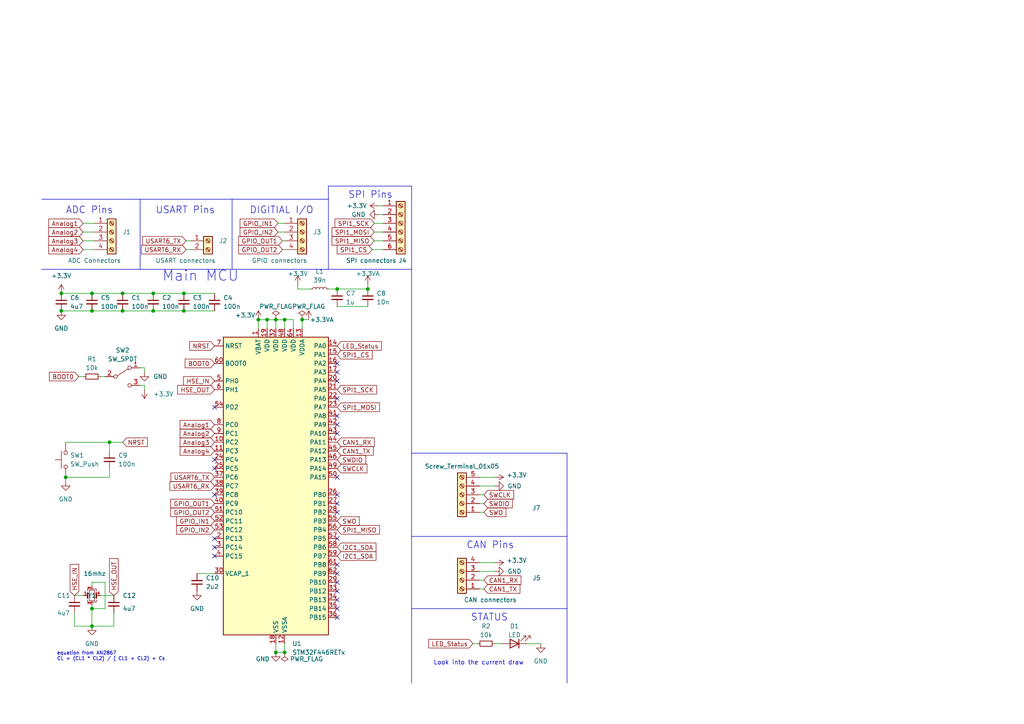
<source format=kicad_sch>
(kicad_sch (version 20230121) (generator eeschema)
  (paper "A4")
  (title_block (title "STM32 F446RE practice board") (date "2023-10-07") (rev "1"))
  (lib_symbols
    (symbol "Connector:Screw_Terminal_01x02" (pin_names (offset 1.016) hide)
      (property "Reference" "J" (at 0 2.54 0))
      (property "Value" "Screw_Terminal_01x02" (at 0 -5.08 0))
      (symbol "Screw_Terminal_01x02_1_1"
        (rectangle (start -1.27 1.27) (end 1.27 -3.81) (stroke (width 0.254)) (fill (type background)))
        (circle (center 0 -2.54) (radius 0.635) (stroke (width 0.1524)))
        (polyline (pts (xy -0.5334 -2.2098) (xy 0.3302 -3.048)) (stroke (width 0.1524)))
        (polyline (pts (xy -0.5334 0.3302) (xy 0.3302 -0.508)) (stroke (width 0.1524)))
        (polyline (pts (xy -0.3556 -2.032) (xy 0.508 -2.8702)) (stroke (width 0.1524)))
        (polyline (pts (xy -0.3556 0.508) (xy 0.508 -0.3302)) (stroke (width 0.1524)))
        (circle (center 0 0) (radius 0.635) (stroke (width 0.1524)))
        (pin passive line (at -5.08 0 0) (length 3.81) (name "Pin_1") (number "1"))
        (pin passive line (at -5.08 -2.54 0) (length 3.81) (name "Pin_2") (number "2"))
      )
    )
    (symbol "Connector:Screw_Terminal_01x04" (pin_names (offset 1.016) hide)
      (property "Reference" "J" (at 0 5.08 0))
      (property "Value" "Screw_Terminal_01x04" (at 0 -7.62 0))
      (symbol "Screw_Terminal_01x04_1_1"
        (rectangle (start -1.27 3.81) (end 1.27 -6.35) (stroke (width 0.254)) (fill (type background)))
        (circle (center 0 -5.08) (radius 0.635) (stroke (width 0.1524)))
        (circle (center 0 -2.54) (radius 0.635) (stroke (width 0.1524)))
        (polyline (pts (xy -0.5334 -4.7498) (xy 0.3302 -5.588)) (stroke (width 0.1524)))
        (polyline (pts (xy -0.5334 -2.2098) (xy 0.3302 -3.048)) (stroke (width 0.1524)))
        (polyline (pts (xy -0.5334 0.3302) (xy 0.3302 -0.508)) (stroke (width 0.1524)))
        (polyline (pts (xy -0.5334 2.8702) (xy 0.3302 2.032)) (stroke (width 0.1524)))
        (polyline (pts (xy -0.3556 -4.572) (xy 0.508 -5.4102)) (stroke (width 0.1524)))
        (polyline (pts (xy -0.3556 -2.032) (xy 0.508 -2.8702)) (stroke (width 0.1524)))
        (polyline (pts (xy -0.3556 0.508) (xy 0.508 -0.3302)) (stroke (width 0.1524)))
        (polyline (pts (xy -0.3556 3.048) (xy 0.508 2.2098)) (stroke (width 0.1524)))
        (circle (center 0 0) (radius 0.635) (stroke (width 0.1524)))
        (circle (center 0 2.54) (radius 0.635) (stroke (width 0.1524)))
        (pin passive line (at -5.08 2.54 0) (length 3.81) (name "Pin_1") (number "1"))
        (pin passive line (at -5.08 0 0) (length 3.81) (name "Pin_2") (number "2"))
        (pin passive line (at -5.08 -2.54 0) (length 3.81) (name "Pin_3") (number "3"))
        (pin passive line (at -5.08 -5.08 0) (length 3.81) (name "Pin_4") (number "4"))
      )
    )
    (symbol "Connector:Screw_Terminal_01x05" (pin_names (offset 1.016) hide)
      (property "Reference" "J" (at 0 7.62 0))
      (property "Value" "Screw_Terminal_01x05" (at 0 -7.62 0))
      (symbol "Screw_Terminal_01x05_1_1"
        (rectangle (start -1.27 6.35) (end 1.27 -6.35) (stroke (width 0.254)) (fill (type background)))
        (circle (center 0 -5.08) (radius 0.635) (stroke (width 0.1524)))
        (circle (center 0 -2.54) (radius 0.635) (stroke (width 0.1524)))
        (polyline (pts (xy -0.5334 -4.7498) (xy 0.3302 -5.588)) (stroke (width 0.1524)))
        (polyline (pts (xy -0.5334 -2.2098) (xy 0.3302 -3.048)) (stroke (width 0.1524)))
        (polyline (pts (xy -0.5334 0.3302) (xy 0.3302 -0.508)) (stroke (width 0.1524)))
        (polyline (pts (xy -0.5334 2.8702) (xy 0.3302 2.032)) (stroke (width 0.1524)))
        (polyline (pts (xy -0.5334 5.4102) (xy 0.3302 4.572)) (stroke (width 0.1524)))
        (polyline (pts (xy -0.3556 -4.572) (xy 0.508 -5.4102)) (stroke (width 0.1524)))
        (polyline (pts (xy -0.3556 -2.032) (xy 0.508 -2.8702)) (stroke (width 0.1524)))
        (polyline (pts (xy -0.3556 0.508) (xy 0.508 -0.3302)) (stroke (width 0.1524)))
        (polyline (pts (xy -0.3556 3.048) (xy 0.508 2.2098)) (stroke (width 0.1524)))
        (polyline (pts (xy -0.3556 5.588) (xy 0.508 4.7498)) (stroke (width 0.1524)))
        (circle (center 0 0) (radius 0.635) (stroke (width 0.1524)))
        (circle (center 0 2.54) (radius 0.635) (stroke (width 0.1524)))
        (circle (center 0 5.08) (radius 0.635) (stroke (width 0.1524)))
        (pin passive line (at -5.08 5.08 0) (length 3.81) (name "Pin_1") (number "1"))
        (pin passive line (at -5.08 2.54 0) (length 3.81) (name "Pin_2") (number "2"))
        (pin passive line (at -5.08 0 0) (length 3.81) (name "Pin_3") (number "3"))
        (pin passive line (at -5.08 -2.54 0) (length 3.81) (name "Pin_4") (number "4"))
        (pin passive line (at -5.08 -5.08 0) (length 3.81) (name "Pin_5") (number "5"))
      )
    )
    (symbol "Connector:Screw_Terminal_01x06" (pin_names (offset 1.016) hide)
      (property "Reference" "J" (at 0 7.62 0))
      (property "Value" "Screw_Terminal_01x06" (at 0 -10.16 0))
      (symbol "Screw_Terminal_01x06_1_1"
        (rectangle (start -1.27 6.35) (end 1.27 -8.89) (stroke (width 0.254)) (fill (type background)))
        (circle (center 0 -7.62) (radius 0.635) (stroke (width 0.1524)))
        (circle (center 0 -5.08) (radius 0.635) (stroke (width 0.1524)))
        (circle (center 0 -2.54) (radius 0.635) (stroke (width 0.1524)))
        (polyline (pts (xy -0.5334 -7.2898) (xy 0.3302 -8.128)) (stroke (width 0.1524)))
        (polyline (pts (xy -0.5334 -4.7498) (xy 0.3302 -5.588)) (stroke (width 0.1524)))
        (polyline (pts (xy -0.5334 -2.2098) (xy 0.3302 -3.048)) (stroke (width 0.1524)))
        (polyline (pts (xy -0.5334 0.3302) (xy 0.3302 -0.508)) (stroke (width 0.1524)))
        (polyline (pts (xy -0.5334 2.8702) (xy 0.3302 2.032)) (stroke (width 0.1524)))
        (polyline (pts (xy -0.5334 5.4102) (xy 0.3302 4.572)) (stroke (width 0.1524)))
        (polyline (pts (xy -0.3556 -7.112) (xy 0.508 -7.9502)) (stroke (width 0.1524)))
        (polyline (pts (xy -0.3556 -4.572) (xy 0.508 -5.4102)) (stroke (width 0.1524)))
        (polyline (pts (xy -0.3556 -2.032) (xy 0.508 -2.8702)) (stroke (width 0.1524)))
        (polyline (pts (xy -0.3556 0.508) (xy 0.508 -0.3302)) (stroke (width 0.1524)))
        (polyline (pts (xy -0.3556 3.048) (xy 0.508 2.2098)) (stroke (width 0.1524)))
        (polyline (pts (xy -0.3556 5.588) (xy 0.508 4.7498)) (stroke (width 0.1524)))
        (circle (center 0 0) (radius 0.635) (stroke (width 0.1524)))
        (circle (center 0 2.54) (radius 0.635) (stroke (width 0.1524)))
        (circle (center 0 5.08) (radius 0.635) (stroke (width 0.1524)))
        (pin passive line (at -5.08 5.08 0) (length 3.81) (name "Pin_1") (number "1"))
        (pin passive line (at -5.08 2.54 0) (length 3.81) (name "Pin_2") (number "2"))
        (pin passive line (at -5.08 0 0) (length 3.81) (name "Pin_3") (number "3"))
        (pin passive line (at -5.08 -2.54 0) (length 3.81) (name "Pin_4") (number "4"))
        (pin passive line (at -5.08 -5.08 0) (length 3.81) (name "Pin_5") (number "5"))
        (pin passive line (at -5.08 -7.62 0) (length 3.81) (name "Pin_6") (number "6"))
      )
    )
    (symbol "Device:C_Small" (pin_numbers hide) (pin_names (offset 0.254) hide)
      (property "Reference" "C" (at 0.254 1.778 0))
      (property "Value" "C_Small" (at 0.254 -2.032 0))
      (symbol "C_Small_0_1"
        (polyline (pts (xy -1.524 -0.508) (xy 1.524 -0.508)) (stroke (width 0.3302)))
        (polyline (pts (xy -1.524 0.508) (xy 1.524 0.508)) (stroke (width 0.3048)))
      )
      (symbol "C_Small_1_1"
        (pin passive line (at 0 2.54 270) (length 2.032) (name "~") (number "1"))
        (pin passive line (at 0 -2.54 90) (length 2.032) (name "~") (number "2"))
      )
    )
    (symbol "Device:Crystal_GND23_Small" (pin_names (offset 1.016) hide)
      (property "Reference" "Y" (at 1.27 4.445 0))
      (property "Value" "Crystal_GND23_Small" (at 1.27 2.54 0))
      (symbol "Crystal_GND23_Small_0_1"
        (rectangle (start -0.762 -1.524) (end 0.762 1.524))
        (polyline (pts (xy -1.27 -0.762) (xy -1.27 0.762)) (stroke (width 0.381)))
        (polyline (pts (xy 1.27 -0.762) (xy 1.27 0.762)) (stroke (width 0.381)))
        (polyline (pts (xy -1.27 -1.27) (xy -1.27 -1.905) (xy 1.27 -1.905) (xy 1.27 -1.27)))
        (polyline (pts (xy -1.27 1.27) (xy -1.27 1.905) (xy 1.27 1.905) (xy 1.27 1.27)))
      )
      (symbol "Crystal_GND23_Small_1_1"
        (pin passive line (at -2.54 0 0) (length 1.27) (name "1") (number "1"))
        (pin passive line (at 0 -2.54 90) (length 0.635) (name "2") (number "2"))
        (pin passive line (at 0 2.54 270) (length 0.635) (name "3") (number "3"))
        (pin passive line (at 2.54 0 180) (length 1.27) (name "4") (number "4"))
      )
    )
    (symbol "Device:LED" (pin_numbers hide) (pin_names (offset 1.016) hide)
      (property "Reference" "D" (at 0 2.54 0))
      (property "Value" "LED" (at 0 -2.54 0))
      (symbol "LED_0_1"
        (polyline (pts (xy -1.27 -1.27) (xy -1.27 1.27)) (stroke (width 0.254)))
        (polyline (pts (xy -1.27 0) (xy 1.27 0)))
        (polyline (pts (xy 1.27 -1.27) (xy 1.27 1.27) (xy -1.27 0) (xy 1.27 -1.27)) (stroke (width 0.254)))
        (polyline (pts (xy -3.048 -0.762) (xy -4.572 -2.286) (xy -3.81 -2.286) (xy -4.572 -2.286) (xy -4.572 -1.524)))
        (polyline (pts (xy -1.778 -0.762) (xy -3.302 -2.286) (xy -2.54 -2.286) (xy -3.302 -2.286) (xy -3.302 -1.524)))
      )
      (symbol "LED_1_1"
        (pin passive line (at -3.81 0 0) (length 2.54) (name "K") (number "1"))
        (pin passive line (at 3.81 0 180) (length 2.54) (name "A") (number "2"))
      )
    )
    (symbol "Device:L_Small" (pin_numbers hide) (pin_names (offset 0.254) hide)
      (property "Reference" "L" (at 0.762 1.016 0))
      (property "Value" "L_Small" (at 0.762 -1.016 0))
      (symbol "L_Small_0_1"
        (arc (start 0 -2.032) (mid 0.5058 -1.524) (end 0 -1.016))
        (arc (start 0 -1.016) (mid 0.5058 -0.508) (end 0 0))
        (arc (start 0 0) (mid 0.5058 0.508) (end 0 1.016))
        (arc (start 0 1.016) (mid 0.5058 1.524) (end 0 2.032))
      )
      (symbol "L_Small_1_1"
        (pin passive line (at 0 2.54 270) (length 0.508) (name "~") (number "1"))
        (pin passive line (at 0 -2.54 90) (length 0.508) (name "~") (number "2"))
      )
    )
    (symbol "Device:R_Small" (pin_numbers hide) (pin_names (offset 0.254) hide)
      (property "Reference" "R" (at 0.762 0.508 0))
      (property "Value" "R_Small" (at 0.762 -1.016 0))
      (symbol "R_Small_0_1"
        (rectangle (start -0.762 1.778) (end 0.762 -1.778) (stroke (width 0.2032)))
      )
      (symbol "R_Small_1_1"
        (pin passive line (at 0 2.54 270) (length 0.762) (name "~") (number "1"))
        (pin passive line (at 0 -2.54 90) (length 0.762) (name "~") (number "2"))
      )
    )
    (symbol "MCU_ST_STM32F4:STM32F446RETx"
      (property "Reference" "U" (at -15.24 44.45 0))
      (property "Value" "STM32F446RETx" (at 10.16 44.45 0))
      (symbol "STM32F446RETx_0_1"
        (rectangle (start -15.24 -43.18) (end 15.24 43.18) (stroke (width 0.254)) (fill (type background)))
      )
      (symbol "STM32F446RETx_1_1"
        (pin power_in line (at -5.08 45.72 270) (length 2.54) (name "VBAT") (number "1"))
        (pin bidirectional line (at -17.78 12.7 0) (length 2.54) (name "PC2") (number "10"))
        (pin bidirectional line (at -17.78 10.16 0) (length 2.54) (name "PC3") (number "11"))
        (pin power_in line (at 2.54 -45.72 90) (length 2.54) (name "VSSA") (number "12"))
        (pin power_in line (at 7.62 45.72 270) (length 2.54) (name "VDDA") (number "13"))
        (pin bidirectional line (at 17.78 40.64 180) (length 2.54) (name "PA0") (number "14"))
        (pin bidirectional line (at 17.78 38.1 180) (length 2.54) (name "PA1") (number "15"))
        (pin bidirectional line (at 17.78 35.56 180) (length 2.54) (name "PA2") (number "16"))
        (pin bidirectional line (at 17.78 33.02 180) (length 2.54) (name "PA3") (number "17"))
        (pin power_in line (at 0 -45.72 90) (length 2.54) (name "VSS") (number "18"))
        (pin power_in line (at -2.54 45.72 270) (length 2.54) (name "VDD") (number "19"))
        (pin bidirectional line (at -17.78 -15.24 0) (length 2.54) (name "PC13") (number "2"))
        (pin bidirectional line (at 17.78 30.48 180) (length 2.54) (name "PA4") (number "20"))
        (pin bidirectional line (at 17.78 27.94 180) (length 2.54) (name "PA5") (number "21"))
        (pin bidirectional line (at 17.78 25.4 180) (length 2.54) (name "PA6") (number "22"))
        (pin bidirectional line (at 17.78 22.86 180) (length 2.54) (name "PA7") (number "23"))
        (pin bidirectional line (at -17.78 7.62 0) (length 2.54) (name "PC4") (number "24"))
        (pin bidirectional line (at -17.78 5.08 0) (length 2.54) (name "PC5") (number "25"))
        (pin bidirectional line (at 17.78 -2.54 180) (length 2.54) (name "PB0") (number "26"))
        (pin bidirectional line (at 17.78 -5.08 180) (length 2.54) (name "PB1") (number "27"))
        (pin bidirectional line (at 17.78 -7.62 180) (length 2.54) (name "PB2") (number "28"))
        (pin bidirectional line (at 17.78 -27.94 180) (length 2.54) (name "PB10") (number "29"))
        (pin bidirectional line (at -17.78 -17.78 0) (length 2.54) (name "PC14") (number "3"))
        (pin power_out line (at -17.78 -25.4 0) (length 2.54) (name "VCAP_1") (number "30"))
        (pin passive line (at 0 -45.72 90) (length 2.54) hide (name "VSS") (number "31"))
        (pin power_in line (at 0 45.72 270) (length 2.54) (name "VDD") (number "32"))
        (pin bidirectional line (at 17.78 -30.48 180) (length 2.54) (name "PB12") (number "33"))
        (pin bidirectional line (at 17.78 -33.02 180) (length 2.54) (name "PB13") (number "34"))
        (pin bidirectional line (at 17.78 -35.56 180) (length 2.54) (name "PB14") (number "35"))
        (pin bidirectional line (at 17.78 -38.1 180) (length 2.54) (name "PB15") (number "36"))
        (pin bidirectional line (at -17.78 2.54 0) (length 2.54) (name "PC6") (number "37"))
        (pin bidirectional line (at -17.78 0 0) (length 2.54) (name "PC7") (number "38"))
        (pin bidirectional line (at -17.78 -2.54 0) (length 2.54) (name "PC8") (number "39"))
        (pin bidirectional line (at -17.78 -20.32 0) (length 2.54) (name "PC15") (number "4"))
        (pin bidirectional line (at -17.78 -5.08 0) (length 2.54) (name "PC9") (number "40"))
        (pin bidirectional line (at 17.78 20.32 180) (length 2.54) (name "PA8") (number "41"))
        (pin bidirectional line (at 17.78 17.78 180) (length 2.54) (name "PA9") (number "42"))
        (pin bidirectional line (at 17.78 15.24 180) (length 2.54) (name "PA10") (number "43"))
        (pin bidirectional line (at 17.78 12.7 180) (length 2.54) (name "PA11") (number "44"))
        (pin bidirectional line (at 17.78 10.16 180) (length 2.54) (name "PA12") (number "45"))
        (pin bidirectional line (at 17.78 7.62 180) (length 2.54) (name "PA13") (number "46"))
        (pin passive line (at 0 -45.72 90) (length 2.54) hide (name "VSS") (number "47"))
        (pin power_in line (at 2.54 45.72 270) (length 2.54) (name "VDD") (number "48"))
        (pin bidirectional line (at 17.78 5.08 180) (length 2.54) (name "PA14") (number "49"))
        (pin bidirectional line (at -17.78 30.48 0) (length 2.54) (name "PH0") (number "5"))
        (pin bidirectional line (at 17.78 2.54 180) (length 2.54) (name "PA15") (number "50"))
        (pin bidirectional line (at -17.78 -7.62 0) (length 2.54) (name "PC10") (number "51"))
        (pin bidirectional line (at -17.78 -10.16 0) (length 2.54) (name "PC11") (number "52"))
        (pin bidirectional line (at -17.78 -12.7 0) (length 2.54) (name "PC12") (number "53"))
        (pin bidirectional line (at -17.78 22.86 0) (length 2.54) (name "PD2") (number "54"))
        (pin bidirectional line (at 17.78 -10.16 180) (length 2.54) (name "PB3") (number "55"))
        (pin bidirectional line (at 17.78 -12.7 180) (length 2.54) (name "PB4") (number "56"))
        (pin bidirectional line (at 17.78 -15.24 180) (length 2.54) (name "PB5") (number "57"))
        (pin bidirectional line (at 17.78 -17.78 180) (length 2.54) (name "PB6") (number "58"))
        (pin bidirectional line (at 17.78 -20.32 180) (length 2.54) (name "PB7") (number "59"))
        (pin bidirectional line (at -17.78 27.94 0) (length 2.54) (name "PH1") (number "6"))
        (pin input line (at -17.78 35.56 0) (length 2.54) (name "BOOT0") (number "60"))
        (pin bidirectional line (at 17.78 -22.86 180) (length 2.54) (name "PB8") (number "61"))
        (pin bidirectional line (at 17.78 -25.4 180) (length 2.54) (name "PB9") (number "62"))
        (pin passive line (at 0 -45.72 90) (length 2.54) hide (name "VSS") (number "63"))
        (pin power_in line (at 5.08 45.72 270) (length 2.54) (name "VDD") (number "64"))
        (pin input line (at -17.78 40.64 0) (length 2.54) (name "NRST") (number "7"))
        (pin bidirectional line (at -17.78 17.78 0) (length 2.54) (name "PC0") (number "8"))
        (pin bidirectional line (at -17.78 15.24 0) (length 2.54) (name "PC1") (number "9"))
      )
    )
    (symbol "Switch:SW_Push" (pin_numbers hide) (pin_names (offset 1.016) hide)
      (property "Reference" "SW" (at 1.27 2.54 0))
      (property "Value" "SW_Push" (at 0 -1.524 0))
      (symbol "SW_Push_0_1"
        (circle (center -2.032 0) (radius 0.508))
        (polyline (pts (xy 0 1.27) (xy 0 3.048)))
        (polyline (pts (xy 2.54 1.27) (xy -2.54 1.27)))
        (circle (center 2.032 0) (radius 0.508))
        (pin passive line (at -5.08 0 0) (length 2.54) (name "1") (number "1"))
        (pin passive line (at 5.08 0 180) (length 2.54) (name "2") (number "2"))
      )
    )
    (symbol "Switch:SW_SPDT" (pin_names (offset 0) hide)
      (property "Reference" "SW" (at 0 4.318 0))
      (property "Value" "SW_SPDT" (at 0 -5.08 0))
      (symbol "SW_SPDT_0_0"
        (circle (center -2.032 0) (radius 0.508))
        (circle (center 2.032 -2.54) (radius 0.508))
      )
      (symbol "SW_SPDT_0_1"
        (polyline (pts (xy -1.524 0.254) (xy 1.651 2.286)))
        (circle (center 2.032 2.54) (radius 0.508))
      )
      (symbol "SW_SPDT_1_1"
        (pin passive line (at 5.08 2.54 180) (length 2.54) (name "A") (number "1"))
        (pin passive line (at -5.08 0 0) (length 2.54) (name "B") (number "2"))
        (pin passive line (at 5.08 -2.54 180) (length 2.54) (name "C") (number "3"))
      )
    )
    (symbol "power:+3.3V" (power) (pin_names (offset 0))
      (property "Value" "+3.3V" (at 0 3.556 0))
      (symbol "+3.3V_0_1"
        (polyline (pts (xy -0.762 1.27) (xy 0 2.54)))
        (polyline (pts (xy 0 0) (xy 0 2.54)))
        (polyline (pts (xy 0 2.54) (xy 0.762 1.27)))
      )
      (symbol "+3.3V_1_1"
        (pin power_in line (at 0 0 90) (length 0) hide (name "+3.3V") (number "1"))
      )
    )
    (symbol "power:+3.3VA" (power) (pin_names (offset 0))
      (property "Value" "+3.3VA" (at 0 3.556 0))
      (symbol "+3.3VA_0_1"
        (polyline (pts (xy -0.762 1.27) (xy 0 2.54)))
        (polyline (pts (xy 0 0) (xy 0 2.54)))
        (polyline (pts (xy 0 2.54) (xy 0.762 1.27)))
      )
      (symbol "+3.3VA_1_1"
        (pin power_in line (at 0 0 90) (length 0) hide (name "+3.3VA") (number "1"))
      )
    )
    (symbol "power:GND" (power) (pin_names (offset 0))
      (property "Value" "GND" (at 0 -3.81 0))
      (symbol "GND_0_1"
        (polyline (pts (xy 0 0) (xy 0 -1.27) (xy 1.27 -1.27) (xy 0 -2.54) (xy -1.27 -1.27) (xy 0 -1.27)))
      )
      (symbol "GND_1_1"
        (pin power_in line (at 0 0 270) (length 0) hide (name "GND") (number "1"))
      )
    )
    (symbol "power:PWR_FLAG" (power) (pin_numbers hide) (pin_names (offset 0) hide)
      (property "Value" "PWR_FLAG" (at 0 3.81 0))
      (symbol "PWR_FLAG_0_0"
        (pin power_out line (at 0 0 90) (length 0) (name "pwr") (number "1"))
      )
      (symbol "PWR_FLAG_0_1"
        (polyline (pts (xy 0 0) (xy 0 1.27) (xy -1.016 1.905) (xy 0 2.54) (xy 1.016 1.905) (xy 0 1.27)))
      )
    )
  )
  (junction (at 26.67 85.09))
  (junction (at 53.34 85.09))
  (junction (at 17.78 90.17))
  (junction (at 82.55 92.71))
  (junction (at 77.47 92.71))
  (junction (at 97.79 83.82))
  (junction (at 80.01 92.71))
  (junction (at 26.67 181.61))
  (junction (at 35.56 85.09))
  (junction (at 87.63 92.71))
  (junction (at 80.01 189.23))
  (junction (at 35.56 90.17))
  (junction (at 17.78 85.09))
  (junction (at 74.93 92.71))
  (junction (at 26.67 176.53))
  (junction (at 106.68 83.82))
  (junction (at 44.45 90.17))
  (junction (at 31.75 128.27))
  (junction (at 26.67 90.17))
  (junction (at 82.55 189.23))
  (junction (at 19.05 138.43))
  (junction (at 44.45 85.09))
  (junction (at 53.34 90.17))
  (no_connect (at 97.79 143.51))
  (no_connect (at 62.23 143.51))
  (no_connect (at 62.23 161.29))
  (no_connect (at 62.23 156.21))
  (no_connect (at 97.79 120.65))
  (no_connect (at 97.79 107.95))
  (no_connect (at 97.79 163.83))
  (no_connect (at 62.23 158.75))
  (no_connect (at 97.79 173.99))
  (no_connect (at 97.79 110.49))
  (no_connect (at 97.79 146.05))
  (no_connect (at 97.79 166.37))
  (no_connect (at 62.23 118.11))
  (no_connect (at 62.23 135.89))
  (no_connect (at 97.79 125.73))
  (no_connect (at 97.79 176.53))
  (no_connect (at 97.79 156.21))
  (no_connect (at 97.79 105.41))
  (no_connect (at 97.79 179.07))
  (no_connect (at 97.79 171.45))
  (no_connect (at 62.23 133.35))
  (no_connect (at 97.79 168.91))
  (no_connect (at 97.79 148.59))
  (no_connect (at 97.79 138.43))
  (no_connect (at 97.79 115.57))
  (no_connect (at 97.79 123.19))
  (wire (pts (xy 53.34 90.17) (xy 62.23 90.17)))
  (wire (pts (xy 26.67 181.61) (xy 26.67 176.53)))
  (wire (pts (xy 82.55 92.71) (xy 85.09 92.71)))
  (wire (pts (xy 21.59 181.61) (xy 26.67 181.61)))
  (polyline (pts (xy 40.64 57.785) (xy 40.64 78.105)))
  (polyline (pts (xy 40.64 57.785) (xy 67.31 57.785)))
  (wire (pts (xy 29.21 109.22) (xy 30.48 109.22)))
  (wire (pts (xy 139.065 165.735) (xy 143.51 165.735)))
  (wire (pts (xy 77.47 95.25) (xy 77.47 92.71)))
  (wire (pts (xy 87.63 92.71) (xy 89.535 92.71)))
  (wire (pts (xy 80.01 92.71) (xy 82.55 92.71)))
  (polyline (pts (xy 119.38 176.53) (xy 164.465 176.53)))
  (wire (pts (xy 26.67 168.91) (xy 30.48 168.91)))
  (wire (pts (xy 21.59 177.8) (xy 21.59 181.61)))
  (polyline (pts (xy 119.38 78.105) (xy 119.38 198.12)))
  (polyline (pts (xy 164.465 176.53) (xy 164.465 198.12)))
  (wire (pts (xy 55.245 69.85) (xy 53.975 69.85)))
  (wire (pts (xy 26.67 85.09) (xy 35.56 85.09)))
  (polyline (pts (xy 164.465 131.445) (xy 164.465 155.575)))
  (wire (pts (xy 26.67 90.17) (xy 35.56 90.17)))
  (wire (pts (xy 21.59 172.72) (xy 24.13 172.72)))
  (polyline (pts (xy 12.065 57.785) (xy 40.64 57.785)))
  (wire (pts (xy 26.67 181.61) (xy 33.02 181.61)))
  (wire (pts (xy 81.915 69.85) (xy 82.55 69.85)))
  (wire (pts (xy 86.36 82.55) (xy 86.36 83.82)))
  (wire (pts (xy 24.13 72.39) (xy 27.305 72.39)))
  (wire (pts (xy 139.065 163.195) (xy 143.51 163.195)))
  (wire (pts (xy 108.585 69.85) (xy 111.125 69.85)))
  (wire (pts (xy 41.91 113.03) (xy 41.91 111.76)))
  (wire (pts (xy 80.01 189.23) (xy 82.55 189.23)))
  (polyline (pts (xy 119.38 131.445) (xy 164.465 131.445)))
  (wire (pts (xy 107.95 72.39) (xy 111.125 72.39)))
  (wire (pts (xy 143.51 186.69) (xy 145.415 186.69)))
  (wire (pts (xy 139.065 146.05) (xy 140.335 146.05)))
  (wire (pts (xy 35.56 90.17) (xy 44.45 90.17)))
  (wire (pts (xy 31.75 128.27) (xy 35.56 128.27)))
  (wire (pts (xy 77.47 92.71) (xy 80.01 92.71)))
  (polyline (pts (xy 95.25 57.785) (xy 95.25 78.105)))
  (wire (pts (xy 17.78 85.09) (xy 26.67 85.09)))
  (wire (pts (xy 80.645 64.77) (xy 82.55 64.77)))
  (polyline (pts (xy 164.465 155.575) (xy 164.465 176.53)))
  (wire (pts (xy 153.035 186.69) (xy 156.845 186.69)))
  (wire (pts (xy 77.47 92.71) (xy 74.93 92.71)))
  (wire (pts (xy 19.05 138.43) (xy 31.75 138.43)))
  (wire (pts (xy 87.63 95.25) (xy 87.63 92.71)))
  (wire (pts (xy 138.43 186.69) (xy 137.16 186.69)))
  (wire (pts (xy 24.13 67.31) (xy 27.305 67.31)))
  (wire (pts (xy 41.91 107.95) (xy 41.91 106.68)))
  (wire (pts (xy 139.065 143.51) (xy 140.335 143.51)))
  (wire (pts (xy 55.245 72.39) (xy 53.975 72.39)))
  (wire (pts (xy 85.09 92.71) (xy 85.09 95.25)))
  (wire (pts (xy 81.915 72.39) (xy 82.55 72.39)))
  (wire (pts (xy 139.065 148.59) (xy 140.335 148.59)))
  (polyline (pts (xy 119.38 57.785) (xy 119.38 78.105)))
  (polyline (pts (xy 67.31 57.785) (xy 95.25 57.785)))
  (wire (pts (xy 17.78 90.17) (xy 26.67 90.17)))
  (wire (pts (xy 139.065 138.43) (xy 143.51 138.43)))
  (polyline (pts (xy 67.31 57.785) (xy 67.31 78.105)))
  (polyline (pts (xy 119.38 155.575) (xy 164.465 155.575)))
  (wire (pts (xy 24.13 69.85) (xy 27.305 69.85)))
  (wire (pts (xy 41.91 111.76) (xy 40.64 111.76)))
  (wire (pts (xy 41.91 106.68) (xy 40.64 106.68)))
  (wire (pts (xy 31.75 135.89) (xy 31.75 138.43)))
  (wire (pts (xy 80.645 67.31) (xy 82.55 67.31)))
  (wire (pts (xy 109.855 59.69) (xy 111.125 59.69)))
  (wire (pts (xy 108.585 67.31) (xy 111.125 67.31)))
  (wire (pts (xy 109.855 62.23) (xy 111.125 62.23)))
  (wire (pts (xy 97.79 83.82) (xy 106.68 83.82)))
  (wire (pts (xy 26.67 176.53) (xy 26.67 175.26)))
  (wire (pts (xy 95.25 83.82) (xy 97.79 83.82)))
  (wire (pts (xy 106.68 82.55) (xy 106.68 83.82)))
  (polyline (pts (xy 95.25 53.975) (xy 119.38 53.975)))
  (wire (pts (xy 80.01 186.69) (xy 80.01 189.23)))
  (wire (pts (xy 29.21 172.72) (xy 33.02 172.72)))
  (wire (pts (xy 139.065 140.97) (xy 143.51 140.97)))
  (polyline (pts (xy 12.065 78.105) (xy 119.38 78.105)))
  (wire (pts (xy 80.01 95.25) (xy 80.01 92.71)))
  (wire (pts (xy 22.86 109.22) (xy 24.13 109.22)))
  (wire (pts (xy 139.065 170.815) (xy 140.335 170.815)))
  (wire (pts (xy 19.05 128.27) (xy 31.75 128.27)))
  (wire (pts (xy 82.55 92.71) (xy 82.55 95.25)))
  (wire (pts (xy 108.585 64.77) (xy 111.125 64.77)))
  (wire (pts (xy 74.93 92.71) (xy 74.93 95.25)))
  (polyline (pts (xy 119.38 53.975) (xy 119.38 57.785)))
  (wire (pts (xy 30.48 168.91) (xy 30.48 176.53)))
  (wire (pts (xy 24.13 64.77) (xy 27.305 64.77)))
  (wire (pts (xy 35.56 85.09) (xy 44.45 85.09)))
  (wire (pts (xy 31.75 128.27) (xy 31.75 130.81)))
  (wire (pts (xy 44.45 85.09) (xy 53.34 85.09)))
  (wire (pts (xy 19.05 138.43) (xy 19.05 139.7)))
  (polyline (pts (xy 95.25 57.785) (xy 95.25 53.975)))
  (wire (pts (xy 82.55 189.23) (xy 82.55 186.69)))
  (wire (pts (xy 97.79 88.9) (xy 106.68 88.9)))
  (wire (pts (xy 44.45 90.17) (xy 53.34 90.17)))
  (wire (pts (xy 53.34 85.09) (xy 62.23 85.09)))
  (wire (pts (xy 33.02 181.61) (xy 33.02 177.8)))
  (wire (pts (xy 26.67 170.18) (xy 26.67 168.91)))
  (wire (pts (xy 86.36 83.82) (xy 90.17 83.82)))
  (wire (pts (xy 26.67 176.53) (xy 30.48 176.53)))
  (wire (pts (xy 139.065 168.275) (xy 140.335 168.275)))
  (wire (pts (xy 57.15 166.37) (xy 62.23 166.37)))
  (text "STATUS" (at 136.525 180.34 0) (effects (font (size 2 2)) (justify left bottom)))
  (text "USART Pins \n" (at 45.085 62.23 0) (effects (font (size 2 2)) (justify left bottom)))
  (text "Main MCU" (at 46.99 81.915 0) (effects (font (size 3 3)) (justify left bottom)))
  (text "equation from AN2867\nCL = (CL1 * CL2) / ( CL1 + CL2) + Cs " (at 16.51 191.77 0) (effects (font (size 1 1)) (justify left bottom)))
  (text "DIGITIAL I/O\n" (at 72.39 62.23 0) (effects (font (size 2 2)) (justify left bottom)))
  (text "Look into the current draw\n" (at 125.73 193.04 0) (effects (font (size 1.27 1.27)) (justify left bottom)))
  (text "SPI Pins\n" (at 100.965 57.785 0) (effects (font (size 2 2)) (justify left bottom)))
  (text "ADC Pins" (at 19.05 62.23 0) (effects (font (size 2 2)) (justify left bottom)))
  (text "CAN Pins" (at 135.255 159.385 0) (effects (font (size 2 2)) (justify left bottom)))
  (global_label "NRST" (shape input) (at 62.23 100.33 180) (property "Intersheetrefs" "${INTERSHEET_REFS}" (effects hide)))
  (global_label "SWCLK" (shape input) (at 140.335 143.51 0) (property "Intersheetrefs" "${INTERSHEET_REFS}" (effects hide)))
  (global_label "Analog4" (shape input) (at 62.23 130.81 180) (property "Intersheetrefs" "${INTERSHEET_REFS}" (effects hide)))
  (global_label "GPIO_OUT1" (shape input) (at 62.23 146.05 180) (property "Intersheetrefs" "${INTERSHEET_REFS}" (effects hide)))
  (global_label "GPIO_IN1" (shape input) (at 80.645 64.77 180) (property "Intersheetrefs" "${INTERSHEET_REFS}" (effects hide)))
  (global_label "HSE_IN" (shape input) (at 62.23 110.49 180) (property "Intersheetrefs" "${INTERSHEET_REFS}" (effects hide)))
  (global_label "GPIO_OUT2" (shape input) (at 81.915 72.39 180) (property "Intersheetrefs" "${INTERSHEET_REFS}" (effects hide)))
  (global_label "NRST" (shape input) (at 35.56 128.27 0) (property "Intersheetrefs" "${INTERSHEET_REFS}" (effects hide)))
  (global_label "SPI1_SCK" (shape input) (at 108.585 64.77 180) (property "Intersheetrefs" "${INTERSHEET_REFS}" (effects hide)))
  (global_label "USART6_TX" (shape input) (at 62.23 138.43 180) (property "Intersheetrefs" "${INTERSHEET_REFS}" (effects hide)))
  (global_label "SPI1_CS" (shape input) (at 107.95 72.39 180) (property "Intersheetrefs" "${INTERSHEET_REFS}" (effects hide)))
  (global_label "GPIO_OUT1" (shape input) (at 81.915 69.85 180) (property "Intersheetrefs" "${INTERSHEET_REFS}" (effects hide)))
  (global_label "BOOT0" (shape input) (at 22.86 109.22 180) (property "Intersheetrefs" "${INTERSHEET_REFS}" (effects hide)))
  (global_label "Analog1" (shape input) (at 62.23 123.19 180) (property "Intersheetrefs" "${INTERSHEET_REFS}" (effects hide)))
  (global_label "SWDIO" (shape input) (at 97.79 133.35 0) (property "Intersheetrefs" "${INTERSHEET_REFS}" (effects hide)))
  (global_label "Analog1" (shape input) (at 24.13 64.77 180) (property "Intersheetrefs" "${INTERSHEET_REFS}" (effects hide)))
  (global_label "SPI1_MISO" (shape input) (at 97.79 153.67 0) (property "Intersheetrefs" "${INTERSHEET_REFS}" (effects hide)))
  (global_label "Analog4" (shape input) (at 24.13 72.39 180) (property "Intersheetrefs" "${INTERSHEET_REFS}" (effects hide)))
  (global_label "USART6_RX" (shape input) (at 62.23 140.97 180) (property "Intersheetrefs" "${INTERSHEET_REFS}" (effects hide)))
  (global_label "SPI1_SCK" (shape input) (at 97.79 113.03 0) (property "Intersheetrefs" "${INTERSHEET_REFS}" (effects hide)))
  (global_label "HSE_IN" (shape input) (at 21.59 172.72 90) (property "Intersheetrefs" "${INTERSHEET_REFS}" (effects hide)))
  (global_label "CAN1_TX" (shape input) (at 140.335 170.815 0) (property "Intersheetrefs" "${INTERSHEET_REFS}" (effects hide)))
  (global_label "USART6_RX" (shape input) (at 53.975 72.39 180) (property "Intersheetrefs" "${INTERSHEET_REFS}" (effects hide)))
  (global_label "Analog3" (shape input) (at 24.13 69.85 180) (property "Intersheetrefs" "${INTERSHEET_REFS}" (effects hide)))
  (global_label "GPIO_OUT2" (shape input) (at 62.23 148.59 180) (property "Intersheetrefs" "${INTERSHEET_REFS}" (effects hide)))
  (global_label "SPI1_MOSI" (shape input) (at 97.79 118.11 0) (property "Intersheetrefs" "${INTERSHEET_REFS}" (effects hide)))
  (global_label "GPIO_IN2" (shape input) (at 62.23 153.67 180) (property "Intersheetrefs" "${INTERSHEET_REFS}" (effects hide)))
  (global_label "SWDIO" (shape input) (at 140.335 146.05 0) (property "Intersheetrefs" "${INTERSHEET_REFS}" (effects hide)))
  (global_label "LED_Status" (shape input) (at 97.79 100.33 0) (property "Intersheetrefs" "${INTERSHEET_REFS}" (effects hide)))
  (global_label "HSE_OUT" (shape input) (at 62.23 113.03 180) (property "Intersheetrefs" "${INTERSHEET_REFS}" (effects hide)))
  (global_label "I2C1_SDA" (shape input) (at 97.79 158.75 0) (property "Intersheetrefs" "${INTERSHEET_REFS}" (effects hide)))
  (global_label "SPI1_MISO" (shape input) (at 108.585 69.85 180) (property "Intersheetrefs" "${INTERSHEET_REFS}" (effects hide)))
  (global_label "HSE_OUT" (shape input) (at 33.02 172.72 90) (property "Intersheetrefs" "${INTERSHEET_REFS}" (effects hide)))
  (global_label "CAN1_RX" (shape input) (at 97.79 128.27 0) (property "Intersheetrefs" "${INTERSHEET_REFS}" (effects hide)))
  (global_label "SWCLK" (shape input) (at 97.79 135.89 0) (property "Intersheetrefs" "${INTERSHEET_REFS}" (effects hide)))
  (global_label "SWO" (shape input) (at 97.79 151.13 0) (property "Intersheetrefs" "${INTERSHEET_REFS}" (effects hide)))
  (global_label "GPIO_IN1" (shape input) (at 62.23 151.13 180) (property "Intersheetrefs" "${INTERSHEET_REFS}" (effects hide)))
  (global_label "SPI1_MOSI" (shape input) (at 108.585 67.31 180) (property "Intersheetrefs" "${INTERSHEET_REFS}" (effects hide)))
  (global_label "USART6_TX" (shape input) (at 53.975 69.85 180) (property "Intersheetrefs" "${INTERSHEET_REFS}" (effects hide)))
  (global_label "SPI1_CS" (shape input) (at 97.79 102.87 0) (property "Intersheetrefs" "${INTERSHEET_REFS}" (effects hide)))
  (global_label "Analog2" (shape input) (at 24.13 67.31 180) (property "Intersheetrefs" "${INTERSHEET_REFS}" (effects hide)))
  (global_label "CAN1_TX" (shape input) (at 97.79 130.81 0) (property "Intersheetrefs" "${INTERSHEET_REFS}" (effects hide)))
  (global_label "I2C1_SDA" (shape input) (at 97.79 161.29 0) (property "Intersheetrefs" "${INTERSHEET_REFS}" (effects hide)))
  (global_label "CAN1_RX" (shape input) (at 140.335 168.275 0) (property "Intersheetrefs" "${INTERSHEET_REFS}" (effects hide)))
  (global_label "GPIO_IN2" (shape input) (at 80.645 67.31 180) (property "Intersheetrefs" "${INTERSHEET_REFS}" (effects hide)))
  (global_label "SWO" (shape input) (at 140.335 148.59 0) (property "Intersheetrefs" "${INTERSHEET_REFS}" (effects hide)))
  (global_label "BOOT0" (shape input) (at 62.23 105.41 180) (property "Intersheetrefs" "${INTERSHEET_REFS}" (effects hide)))
  (global_label "Analog3" (shape input) (at 62.23 128.27 180) (property "Intersheetrefs" "${INTERSHEET_REFS}" (effects hide)))
  (global_label "Analog2" (shape input) (at 62.23 125.73 180) (property "Intersheetrefs" "${INTERSHEET_REFS}" (effects hide)))
  (global_label "LED_Status" (shape input) (at 137.16 186.69 180) (property "Intersheetrefs" "${INTERSHEET_REFS}" (effects hide)))
  (symbol (lib_id "power:GND") (at 80.01 189.23 0) (unit 1)
    (property "Reference" "#PWR02" (effects hide))
    (property "Value" "GND" (at 76.2 191.135 0))
  )
  (symbol (lib_id "Switch:SW_SPDT") (at 35.56 109.22 0) (unit 1)
    (property "Reference" "SW2" (at 35.56 101.6 0))
    (property "Value" "SW_SPDT" (at 35.56 104.14 0))
  )
  (symbol (lib_id "power:+3.3V") (at 17.78 85.09 0) (unit 1)
    (property "Reference" "#PWR01" (effects hide))
    (property "Value" "+3.3V" (at 17.78 80.01 0))
  )
  (symbol (lib_id "Connector:Screw_Terminal_01x02") (at 60.325 69.85 0) (unit 1)
    (property "Reference" "J2" (at 63.5 69.85 0) (effects (justify left)))
    (property "Value" "USART connectors" (at 45.085 75.565 0) (effects (justify left)))
  )
  (symbol (lib_id "Device:C_Small") (at 44.45 87.63 0) (unit 1)
    (property "Reference" "C2" (at 46.99 86.3663 0) (effects (justify left)))
    (property "Value" "100n" (at 46.99 88.9063 0) (effects (justify left)))
  )
  (symbol (lib_id "power:GND") (at 156.845 186.69 0) (unit 1)
    (property "Reference" "#PWR013" (effects hide))
    (property "Value" "GND" (at 156.845 191.77 0))
  )
  (symbol (lib_id "power:GND") (at 109.855 62.23 270) (unit 1)
    (property "Reference" "#PWR015" (effects hide))
    (property "Value" "GND" (at 106.045 62.23 90) (effects (justify right)))
  )
  (symbol (lib_id "Device:C_Small") (at 31.75 133.35 0) (unit 1)
    (property "Reference" "C9" (at 34.29 132.0863 0) (effects (justify left)))
    (property "Value" "100n" (at 34.29 134.6263 0) (effects (justify left)))
  )
  (symbol (lib_id "Device:C_Small") (at 62.23 87.63 0) (unit 1)
    (property "Reference" "C4" (at 64.77 86.3663 0) (effects (justify left)))
    (property "Value" "100n" (at 64.77 88.9063 0) (effects (justify left)))
  )
  (symbol (lib_id "Connector:Screw_Terminal_01x04") (at 87.63 67.31 0) (unit 1)
    (property "Reference" "J3" (at 90.805 67.31 0) (effects (justify left)))
    (property "Value" "GPIO connectors" (at 73.025 75.565 0) (effects (justify left)))
  )
  (symbol (lib_id "Device:C_Small") (at 26.67 87.63 0) (unit 1)
    (property "Reference" "C5" (at 29.21 86.3663 0) (effects (justify left)))
    (property "Value" "100n" (at 29.21 88.9063 0) (effects (justify left)))
  )
  (symbol (lib_id "Device:C_Small") (at 106.68 86.36 0) (unit 1)
    (property "Reference" "C8" (at 109.22 85.0963 0) (effects (justify left)))
    (property "Value" "10n" (at 109.22 87.6363 0) (effects (justify left)))
  )
  (symbol (lib_id "power:GND") (at 19.05 139.7 0) (unit 1)
    (property "Reference" "#PWR07" (effects hide))
    (property "Value" "GND" (at 19.05 144.78 0))
  )
  (symbol (lib_id "power:GND") (at 57.15 171.45 0) (unit 1)
    (property "Reference" "#PWR010" (effects hide))
    (property "Value" "GND" (at 57.15 176.53 0))
  )
  (symbol (lib_id "power:PWR_FLAG") (at 87.63 92.71 0) (unit 1)
    (property "Reference" "#FLG02" (effects hide))
    (property "Value" "PWR_FLAG" (at 89.535 88.9 0))
  )
  (symbol (lib_id "power:+3.3V") (at 86.36 82.55 0) (unit 1)
    (property "Reference" "#PWR06" (effects hide))
    (property "Value" "+3.3V" (at 86.36 79.375 0))
  )
  (symbol (lib_id "Device:R_Small") (at 26.67 109.22 90) (unit 1)
    (property "Reference" "R1" (at 26.67 104.14 90))
    (property "Value" "10k" (at 26.67 106.68 90))
  )
  (symbol (lib_id "Device:C_Small") (at 53.34 87.63 0) (unit 1)
    (property "Reference" "C3" (at 55.88 86.3663 0) (effects (justify left)))
    (property "Value" "100n" (at 55.88 88.9063 0) (effects (justify left)))
  )
  (symbol (lib_id "Device:LED") (at 149.225 186.69 180) (unit 1)
    (property "Reference" "D1" (at 149.225 181.61 0))
    (property "Value" "LED" (at 149.225 184.15 0))
  )
  (symbol (lib_id "Device:R_Small") (at 140.97 186.69 90) (unit 1)
    (property "Reference" "R2" (at 140.97 181.61 90))
    (property "Value" "10k" (at 140.97 184.15 90))
  )
  (symbol (lib_id "Device:Crystal_GND23_Small") (at 26.67 172.72 0) (unit 1)
    (property "Reference" "Y1" (at 26.67 172.72 0))
    (property "Value" "16mhz " (at 27.94 166.37 0))
  )
  (symbol (lib_id "power:+3.3V") (at 143.51 138.43 270) (unit 1)
    (property "Reference" "#PWR018" (effects hide))
    (property "Value" "+3.3V" (at 149.86 137.795 90))
  )
  (symbol (lib_id "power:GND") (at 26.67 181.61 0) (unit 1)
    (property "Reference" "#PWR012" (effects hide))
    (property "Value" "GND" (at 26.67 186.69 0))
  )
  (symbol (lib_id "Connector:Screw_Terminal_01x04") (at 32.385 67.31 0) (unit 1)
    (property "Reference" "J1" (at 35.56 67.31 0) (effects (justify left)))
    (property "Value" "ADC Connectors" (at 19.685 75.565 0) (effects (justify left)))
    (property "Footprint" "TerminalBlock_Phoenix:TerminalBlock_Phoenix_MKDS-1,5-4-5.08_1x04_P5.08mm_Horizontal" (effects hide))
  )
  (symbol (lib_id "power:GND") (at 143.51 165.735 90) (unit 1)
    (property "Reference" "#PWR016" (effects hide))
    (property "Value" "GND" (at 149.225 165.735 90))
  )
  (symbol (lib_id "Switch:SW_Push") (at 19.05 133.35 90) (unit 1)
    (property "Reference" "SW1" (at 20.32 132.08 90) (effects (justify right)))
    (property "Value" "SW_Push" (at 20.32 134.62 90) (effects (justify right)))
  )
  (symbol (lib_id "Device:C_Small") (at 35.56 87.63 0) (unit 1)
    (property "Reference" "C1" (at 38.1 86.3663 0) (effects (justify left)))
    (property "Value" "100n" (at 38.1 88.9063 0) (effects (justify left)))
  )
  (symbol (lib_id "MCU_ST_STM32F4:STM32F446RETx") (at 80.01 140.97 0) (unit 1)
    (property "Reference" "U1" (at 84.7441 186.69 0) (effects (justify left)))
    (property "Value" "STM32F446RETx" (at 84.7441 189.23 0) (effects (justify left)))
    (property "Footprint" "Package_QFP:LQFP-64_10x10mm_P0.5mm" (effects hide))
    (property "Datasheet" "https://www.st.com/resource/en/datasheet/stm32f446re.pdf" (effects hide))
  )
  (symbol (lib_id "power:PWR_FLAG") (at 80.01 92.71 0) (unit 1)
    (property "Reference" "#FLG01" (effects hide))
    (property "Value" "PWR_FLAG" (at 80.01 88.9 0))
  )
  (symbol (lib_id "Connector:Screw_Terminal_01x05") (at 133.985 143.51 180) (unit 1)
    (property "Reference" "J7" (at 155.575 147.32 0))
    (property "Value" "Screw_Terminal_01x05" (at 133.985 135.255 0))
  )
  (symbol (lib_id "Connector:Screw_Terminal_01x04") (at 133.985 168.275 180) (unit 1)
    (property "Reference" "J5" (at 156.845 167.64 0) (effects (justify left)))
    (property "Value" "CAN connectors" (at 149.86 173.99 0) (effects (justify left)))
  )
  (symbol (lib_id "Device:C_Small") (at 33.02 175.26 0) (unit 1)
    (property "Reference" "C12" (at 35.56 172.72 0) (effects (justify left)))
    (property "Value" "4u7" (at 35.56 176.5363 0) (effects (justify left)))
  )
  (symbol (lib_id "power:GND") (at 41.91 107.95 0) (unit 1)
    (property "Reference" "#PWR08" (effects hide))
    (property "Value" "GND" (at 44.45 109.22 0) (effects (justify left)))
  )
  (symbol (lib_id "power:GND") (at 17.78 90.17 0) (unit 1)
    (property "Reference" "#PWR03" (effects hide))
    (property "Value" "GND" (at 17.78 95.25 0))
  )
  (symbol (lib_id "Device:C_Small") (at 17.78 87.63 0) (unit 1)
    (property "Reference" "C6" (at 20.32 86.3663 0) (effects (justify left)))
    (property "Value" "4u7" (at 20.32 88.9063 0) (effects (justify left)))
  )
  (symbol (lib_id "Device:L_Small") (at 92.71 83.82 90) (unit 1)
    (property "Reference" "L1" (at 92.71 78.74 90))
    (property "Value" "39n" (at 92.71 81.28 90))
  )
  (symbol (lib_id "power:+3.3V") (at 109.855 59.69 90) (unit 1)
    (property "Reference" "#PWR014" (effects hide))
    (property "Value" "+3.3V" (at 103.505 59.69 90))
  )
  (symbol (lib_id "power:PWR_FLAG") (at 82.55 189.23 180) (unit 1)
    (property "Reference" "#FLG03" (effects hide))
    (property "Value" "PWR_FLAG" (at 88.9 191.135 0))
  )
  (symbol (lib_id "power:+3.3V") (at 74.93 92.71 0) (unit 1)
    (property "Reference" "#PWR04" (effects hide))
    (property "Value" "+3.3V" (at 71.12 91.44 0))
  )
  (symbol (lib_id "power:GND") (at 143.51 140.97 90) (unit 1)
    (property "Reference" "#PWR019" (effects hide))
    (property "Value" "GND" (at 149.225 140.97 90))
  )
  (symbol (lib_id "Device:C_Small") (at 57.15 168.91 180) (unit 1)
    (property "Reference" "C10" (at 59.69 167.6336 0) (effects (justify right)))
    (property "Value" "2u2" (at 59.69 170.1736 0) (effects (justify right)))
  )
  (symbol (lib_id "Connector:Screw_Terminal_01x06") (at 116.205 64.77 0) (unit 1)
    (property "Reference" "J4" (at 115.57 75.565 0) (effects (justify left)))
    (property "Value" "SPI connectors" (at 100.33 75.565 0) (effects (justify left)))
  )
  (symbol (lib_id "Device:C_Small") (at 97.79 86.36 0) (unit 1)
    (property "Reference" "C7" (at 100.33 85.0963 0) (effects (justify left)))
    (property "Value" "1u" (at 100.33 87.6363 0) (effects (justify left)))
  )
  (symbol (lib_id "power:+3.3VA") (at 89.535 92.71 0) (unit 1)
    (property "Reference" "#PWR05" (effects hide))
    (property "Value" "+3.3VA" (at 93.345 92.71 0))
  )
  (symbol (lib_id "Device:C_Small") (at 21.59 175.26 0) (unit 1)
    (property "Reference" "C11" (at 16.51 172.72 0) (effects (justify left)))
    (property "Value" "4u7" (at 16.51 177.8 0) (effects (justify left)))
  )
  (symbol (lib_id "power:+3.3V") (at 143.51 163.195 270) (unit 1)
    (property "Reference" "#PWR017" (effects hide))
    (property "Value" "+3.3V" (at 149.86 162.56 90))
  )
  (symbol (lib_id "power:+3.3V") (at 41.91 113.03 180) (unit 1)
    (property "Reference" "#PWR09" (effects hide))
    (property "Value" "+3.3V" (at 44.45 114.3 0) (effects (justify right)))
  )
  (symbol (lib_id "power:+3.3VA") (at 106.68 82.55 0) (unit 1)
    (property "Reference" "#PWR011" (effects hide))
    (property "Value" "+3.3VA" (at 106.68 79.375 0))
  )
)
</source>
